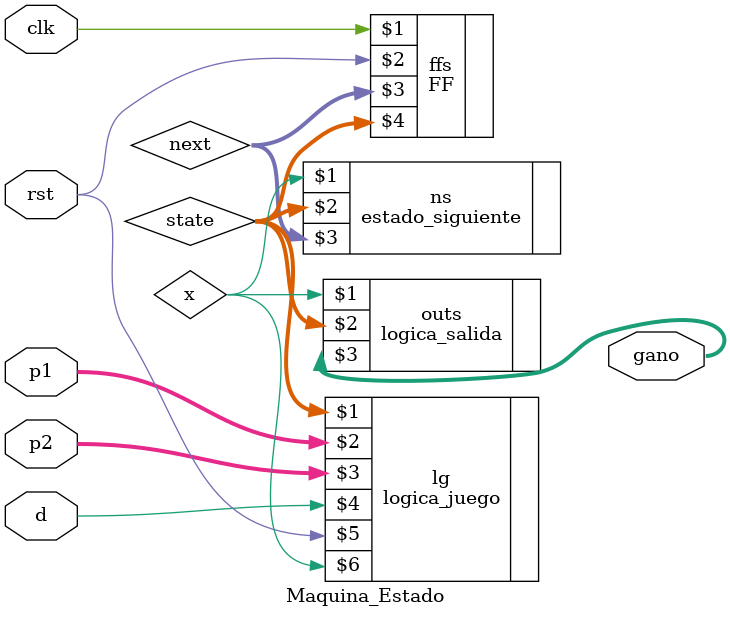
<source format=sv>
module Maquina_Estado (input logic clk, rst,d,
							  input logic [8:0] p1,p2,
							  output [1:0] gano);

logic [2:0] state, next;
logic x;

	

	FF #(3)ffs (clk,rst,next,state);
	logica_juego lg (state,p1,p2,d,rst,x);
	estado_siguiente ns (x,state,next);
	logica_salida outs (x,state,gano);
	
	



endmodule
</source>
